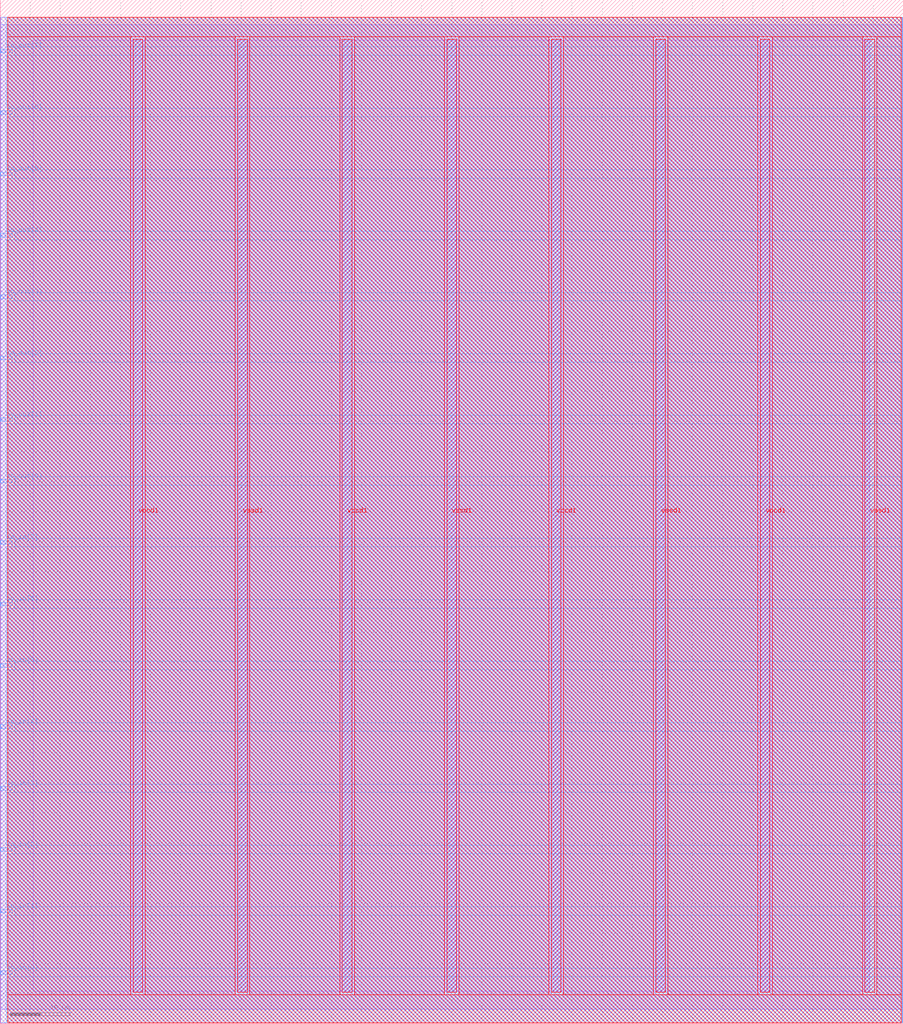
<source format=lef>
VERSION 5.7 ;
  NOWIREEXTENSIONATPIN ON ;
  DIVIDERCHAR "/" ;
  BUSBITCHARS "[]" ;
MACRO meiniki_pi
  CLASS BLOCK ;
  FOREIGN meiniki_pi ;
  ORIGIN 0.000 0.000 ;
  SIZE 150.000 BY 170.000 ;
  PIN io_in[0]
    DIRECTION INPUT ;
    USE SIGNAL ;
    PORT
      LAYER met3 ;
        RECT 0.000 8.200 2.000 8.800 ;
    END
  END io_in[0]
  PIN io_in[1]
    DIRECTION INPUT ;
    USE SIGNAL ;
    PORT
      LAYER met3 ;
        RECT 0.000 18.400 2.000 19.000 ;
    END
  END io_in[1]
  PIN io_in[2]
    DIRECTION INPUT ;
    USE SIGNAL ;
    PORT
      LAYER met3 ;
        RECT 0.000 28.600 2.000 29.200 ;
    END
  END io_in[2]
  PIN io_in[3]
    DIRECTION INPUT ;
    USE SIGNAL ;
    PORT
      LAYER met3 ;
        RECT 0.000 38.800 2.000 39.400 ;
    END
  END io_in[3]
  PIN io_in[4]
    DIRECTION INPUT ;
    USE SIGNAL ;
    PORT
      LAYER met3 ;
        RECT 0.000 49.000 2.000 49.600 ;
    END
  END io_in[4]
  PIN io_in[5]
    DIRECTION INPUT ;
    USE SIGNAL ;
    PORT
      LAYER met3 ;
        RECT 0.000 59.200 2.000 59.800 ;
    END
  END io_in[5]
  PIN io_in[6]
    DIRECTION INPUT ;
    USE SIGNAL ;
    PORT
      LAYER met3 ;
        RECT 0.000 69.400 2.000 70.000 ;
    END
  END io_in[6]
  PIN io_in[7]
    DIRECTION INPUT ;
    USE SIGNAL ;
    PORT
      LAYER met3 ;
        RECT 0.000 79.600 2.000 80.200 ;
    END
  END io_in[7]
  PIN io_out[0]
    DIRECTION OUTPUT TRISTATE ;
    USE SIGNAL ;
    PORT
      LAYER met3 ;
        RECT 0.000 89.800 2.000 90.400 ;
    END
  END io_out[0]
  PIN io_out[1]
    DIRECTION OUTPUT TRISTATE ;
    USE SIGNAL ;
    PORT
      LAYER met3 ;
        RECT 0.000 100.000 2.000 100.600 ;
    END
  END io_out[1]
  PIN io_out[2]
    DIRECTION OUTPUT TRISTATE ;
    USE SIGNAL ;
    PORT
      LAYER met3 ;
        RECT 0.000 110.200 2.000 110.800 ;
    END
  END io_out[2]
  PIN io_out[3]
    DIRECTION OUTPUT TRISTATE ;
    USE SIGNAL ;
    PORT
      LAYER met3 ;
        RECT 0.000 120.400 2.000 121.000 ;
    END
  END io_out[3]
  PIN io_out[4]
    DIRECTION OUTPUT TRISTATE ;
    USE SIGNAL ;
    PORT
      LAYER met3 ;
        RECT 0.000 130.600 2.000 131.200 ;
    END
  END io_out[4]
  PIN io_out[5]
    DIRECTION OUTPUT TRISTATE ;
    USE SIGNAL ;
    PORT
      LAYER met3 ;
        RECT 0.000 140.800 2.000 141.400 ;
    END
  END io_out[5]
  PIN io_out[6]
    DIRECTION OUTPUT TRISTATE ;
    USE SIGNAL ;
    PORT
      LAYER met3 ;
        RECT 0.000 151.000 2.000 151.600 ;
    END
  END io_out[6]
  PIN io_out[7]
    DIRECTION OUTPUT TRISTATE ;
    USE SIGNAL ;
    PORT
      LAYER met3 ;
        RECT 0.000 161.200 2.000 161.800 ;
    END
  END io_out[7]
  PIN vccd1
    DIRECTION INOUT ;
    USE POWER ;
    PORT
      LAYER met4 ;
        RECT 22.085 5.200 23.685 163.440 ;
    END
    PORT
      LAYER met4 ;
        RECT 56.815 5.200 58.415 163.440 ;
    END
    PORT
      LAYER met4 ;
        RECT 91.545 5.200 93.145 163.440 ;
    END
    PORT
      LAYER met4 ;
        RECT 126.275 5.200 127.875 163.440 ;
    END
  END vccd1
  PIN vssd1
    DIRECTION INOUT ;
    USE GROUND ;
    PORT
      LAYER met4 ;
        RECT 39.450 5.200 41.050 163.440 ;
    END
    PORT
      LAYER met4 ;
        RECT 74.180 5.200 75.780 163.440 ;
    END
    PORT
      LAYER met4 ;
        RECT 108.910 5.200 110.510 163.440 ;
    END
    PORT
      LAYER met4 ;
        RECT 143.640 5.200 145.240 163.440 ;
    END
  END vssd1
  OBS
      LAYER li1 ;
        RECT 5.520 5.355 144.440 163.285 ;
      LAYER met1 ;
        RECT 0.070 2.420 149.890 165.880 ;
      LAYER met2 ;
        RECT 0.100 0.155 149.870 167.125 ;
      LAYER met3 ;
        RECT 0.985 162.200 149.895 167.105 ;
        RECT 2.400 160.800 149.895 162.200 ;
        RECT 0.985 152.000 149.895 160.800 ;
        RECT 2.400 150.600 149.895 152.000 ;
        RECT 0.985 141.800 149.895 150.600 ;
        RECT 2.400 140.400 149.895 141.800 ;
        RECT 0.985 131.600 149.895 140.400 ;
        RECT 2.400 130.200 149.895 131.600 ;
        RECT 0.985 121.400 149.895 130.200 ;
        RECT 2.400 120.000 149.895 121.400 ;
        RECT 0.985 111.200 149.895 120.000 ;
        RECT 2.400 109.800 149.895 111.200 ;
        RECT 0.985 101.000 149.895 109.800 ;
        RECT 2.400 99.600 149.895 101.000 ;
        RECT 0.985 90.800 149.895 99.600 ;
        RECT 2.400 89.400 149.895 90.800 ;
        RECT 0.985 80.600 149.895 89.400 ;
        RECT 2.400 79.200 149.895 80.600 ;
        RECT 0.985 70.400 149.895 79.200 ;
        RECT 2.400 69.000 149.895 70.400 ;
        RECT 0.985 60.200 149.895 69.000 ;
        RECT 2.400 58.800 149.895 60.200 ;
        RECT 0.985 50.000 149.895 58.800 ;
        RECT 2.400 48.600 149.895 50.000 ;
        RECT 0.985 39.800 149.895 48.600 ;
        RECT 2.400 38.400 149.895 39.800 ;
        RECT 0.985 29.600 149.895 38.400 ;
        RECT 2.400 28.200 149.895 29.600 ;
        RECT 0.985 19.400 149.895 28.200 ;
        RECT 2.400 18.000 149.895 19.400 ;
        RECT 0.985 9.200 149.895 18.000 ;
        RECT 2.400 7.800 149.895 9.200 ;
        RECT 0.985 0.175 149.895 7.800 ;
      LAYER met4 ;
        RECT 1.215 163.840 149.665 167.105 ;
        RECT 1.215 4.800 21.685 163.840 ;
        RECT 24.085 4.800 39.050 163.840 ;
        RECT 41.450 4.800 56.415 163.840 ;
        RECT 58.815 4.800 73.780 163.840 ;
        RECT 76.180 4.800 91.145 163.840 ;
        RECT 93.545 4.800 108.510 163.840 ;
        RECT 110.910 4.800 125.875 163.840 ;
        RECT 128.275 4.800 143.240 163.840 ;
        RECT 145.640 4.800 149.665 163.840 ;
        RECT 1.215 0.175 149.665 4.800 ;
  END
END meiniki_pi
END LIBRARY


</source>
